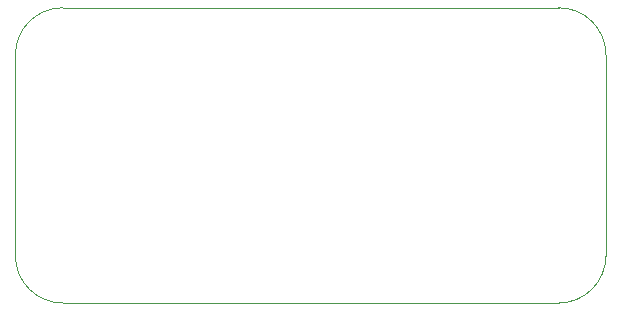
<source format=gbr>
G04 (created by PCBNEW (2013-mar-13)-testing) date Mon 25 May 2015 11:56:23 PM EDT*
%MOIN*%
G04 Gerber Fmt 3.4, Leading zero omitted, Abs format*
%FSLAX34Y34*%
G01*
G70*
G90*
G04 APERTURE LIST*
%ADD10C,0.005906*%
%ADD11C,0.003937*%
G04 APERTURE END LIST*
G54D10*
G54D11*
X45669Y-43307D02*
X29133Y-43307D01*
X47244Y-51574D02*
X47244Y-44881D01*
X29133Y-53149D02*
X45669Y-53149D01*
X27559Y-44881D02*
X27559Y-51574D01*
X45669Y-53149D02*
G75*
G03X47244Y-51574I0J1574D01*
G74*
G01*
X47244Y-44881D02*
G75*
G03X45669Y-43307I-1574J0D01*
G74*
G01*
X29133Y-43307D02*
G75*
G03X27559Y-44881I0J-1574D01*
G74*
G01*
X27559Y-51574D02*
G75*
G03X29133Y-53149I1574J0D01*
G74*
G01*
M02*

</source>
